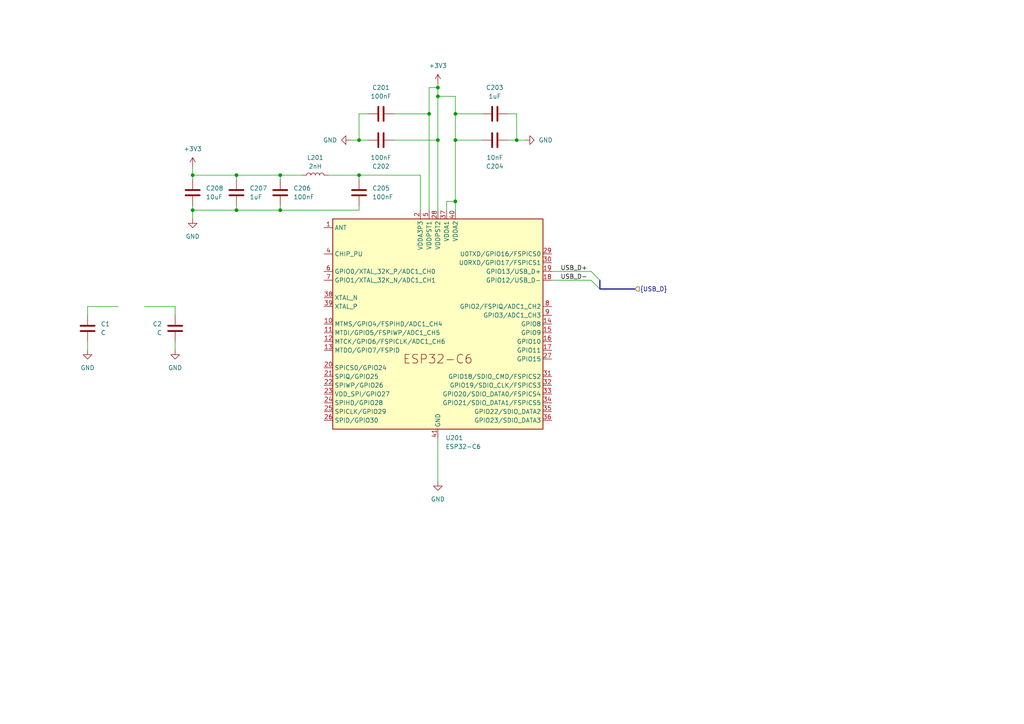
<source format=kicad_sch>
(kicad_sch (version 20231120) (generator "eeschema") (generator_version "8.0")
  (paper "A4")
  (lib_symbols
    (symbol "Device:C" (pin_numbers hide) (pin_names (offset 0.254))
      (property "Reference" "C" (at 0.635 2.54 0))
      (property "Value" "C" (at 0.635 -2.54 0))
      (symbol "C_0_1"
        (polyline (pts (xy -2.032 -0.762) (xy 2.032 -0.762)) (stroke (width 0.508)))
        (polyline (pts (xy -2.032 0.762) (xy 2.032 0.762)) (stroke (width 0.508)))
      )
      (symbol "C_1_1"
        (pin passive line (at 0 3.81 270) (length 2.794) (name "~") (number "1"))
        (pin passive line (at 0 -3.81 90) (length 2.794) (name "~") (number "2"))
      )
    )
    (symbol "Device:L" (pin_numbers hide) (pin_names (offset 1.016) hide)
      (property "Reference" "L" (at -1.27 0 90))
      (property "Value" "L" (at 1.905 0 90))
      (symbol "L_0_1"
        (arc (start 0 -2.54) (mid 0.6323 -1.905) (end 0 -1.27))
        (arc (start 0 -1.27) (mid 0.6323 -0.635) (end 0 0))
        (arc (start 0 0) (mid 0.6323 0.635) (end 0 1.27))
        (arc (start 0 1.27) (mid 0.6323 1.905) (end 0 2.54))
      )
      (symbol "L_1_1"
        (pin passive line (at 0 3.81 270) (length 1.27) (name "1") (number "1"))
        (pin passive line (at 0 -3.81 90) (length 1.27) (name "2") (number "2"))
      )
    )
    (symbol "PCM_Espressif:ESP32-C6"
      (property "Reference" "U" (at -27.94 33.02 0))
      (property "Value" "ESP32-C6" (at 25.4 33.02 0))
      (symbol "ESP32-C6_0_0"
        (text "ESP32-C6" (at 0 -10.16 0) (effects (font (size 2.54 2.54))))
      )
      (symbol "ESP32-C6_0_1"
        (rectangle (start -30.48 30.48) (end 30.48 -30.48) (stroke (width 0.254)) (fill (type background)))
      )
      (symbol "ESP32-C6_1_1"
        (pin bidirectional line (at -33.02 27.94 0) (length 2.54) (name "ANT") (number "1"))
        (pin bidirectional line (at -33.02 0 0) (length 2.54) (name "MTMS/GPIO4/FSPIHD/ADC1_CH4") (number "10"))
        (pin bidirectional line (at -33.02 -2.54 0) (length 2.54) (name "MTDI/GPIO5/FSPIWP/ADC1_CH5") (number "11"))
        (pin bidirectional line (at -33.02 -5.08 0) (length 2.54) (name "MTCK/GPIO6/FSPICLK/ADC1_CH6") (number "12"))
        (pin bidirectional line (at -33.02 -7.62 0) (length 2.54) (name "MTDO/GPIO7/FSPID") (number "13"))
        (pin bidirectional line (at 33.02 0 180) (length 2.54) (name "GPIO8") (number "14"))
        (pin bidirectional line (at 33.02 -2.54 180) (length 2.54) (name "GPIO9") (number "15"))
        (pin bidirectional line (at 33.02 -5.08 180) (length 2.54) (name "GPIO10") (number "16"))
        (pin bidirectional line (at 33.02 -7.62 180) (length 2.54) (name "GPIO11") (number "17"))
        (pin bidirectional line (at 33.02 12.7 180) (length 2.54) (name "GPIO12/USB_D-") (number "18"))
        (pin bidirectional line (at 33.02 15.24 180) (length 2.54) (name "GPIO13/USB_D+") (number "19"))
        (pin power_in line (at -5.08 33.02 270) (length 2.54) (name "VDDA3P3") (number "2"))
        (pin bidirectional line (at -33.02 -12.7 0) (length 2.54) (name "SPICS0/GPIO24") (number "20"))
        (pin bidirectional line (at -33.02 -15.24 0) (length 2.54) (name "SPIQ/GPIO25") (number "21"))
        (pin bidirectional line (at -33.02 -17.78 0) (length 2.54) (name "SPIWP/GPIO26") (number "22"))
        (pin bidirectional line (at -33.02 -20.32 0) (length 2.54) (name "VDD_SPI/GPIO27") (number "23"))
        (pin bidirectional line (at -33.02 -22.86 0) (length 2.54) (name "SPIHD/GPIO28") (number "24"))
        (pin bidirectional line (at -33.02 -25.4 0) (length 2.54) (name "SPICLK/GPIO29") (number "25"))
        (pin bidirectional line (at -33.02 -27.94 0) (length 2.54) (name "SPID/GPIO30") (number "26"))
        (pin bidirectional line (at 33.02 -10.16 180) (length 2.54) (name "GPIO15") (number "27"))
        (pin power_in line (at 0 33.02 270) (length 2.54) (name "VDDPST2") (number "28"))
        (pin bidirectional line (at 33.02 20.32 180) (length 2.54) (name "U0TXD/GPIO16/FSPICS0") (number "29"))
        (pin passive line (at -5.08 33.02 270) (length 2.54) hide (name "VDDA3P3") (number "3"))
        (pin bidirectional line (at 33.02 17.78 180) (length 2.54) (name "U0RXD/GPIO17/FSPICS1") (number "30"))
        (pin bidirectional line (at 33.02 -15.24 180) (length 2.54) (name "GPIO18/SDIO_CMD/FSPICS2") (number "31"))
        (pin bidirectional line (at 33.02 -17.78 180) (length 2.54) (name "GPIO19/SDIO_CLK/FSPICS3") (number "32"))
        (pin bidirectional line (at 33.02 -20.32 180) (length 2.54) (name "GPIO20/SDIO_DATA0/FSPICS4") (number "33"))
        (pin bidirectional line (at 33.02 -22.86 180) (length 2.54) (name "GPIO21/SDIO_DATA1/FSPICS5") (number "34"))
        (pin bidirectional line (at 33.02 -25.4 180) (length 2.54) (name "GPIO22/SDIO_DATA2") (number "35"))
        (pin bidirectional line (at 33.02 -27.94 180) (length 2.54) (name "GPIO23/SDIO_DATA3") (number "36"))
        (pin power_in line (at 2.54 33.02 270) (length 2.54) (name "VDDA1") (number "37"))
        (pin output line (at -33.02 7.62 0) (length 2.54) (name "XTAL_N") (number "38"))
        (pin input line (at -33.02 5.08 0) (length 2.54) (name "XTAL_P") (number "39"))
        (pin input line (at -33.02 20.32 0) (length 2.54) (name "CHIP_PU") (number "4"))
        (pin power_in line (at 5.08 33.02 270) (length 2.54) (name "VDDA2") (number "40"))
        (pin power_in line (at 0 -33.02 90) (length 2.54) (name "GND") (number "41"))
        (pin power_in line (at -2.54 33.02 270) (length 2.54) (name "VDDPST1") (number "5"))
        (pin bidirectional line (at -33.02 15.24 0) (length 2.54) (name "GPIO0/XTAL_32K_P/ADC1_CH0") (number "6"))
        (pin bidirectional line (at -33.02 12.7 0) (length 2.54) (name "GPIO1/XTAL_32K_N/ADC1_CH1") (number "7"))
        (pin bidirectional line (at 33.02 5.08 180) (length 2.54) (name "GPIO2/FSPIQ/ADC1_CH2") (number "8"))
        (pin bidirectional line (at 33.02 2.54 180) (length 2.54) (name "GPIO3/ADC1_CH3") (number "9"))
      )
    )
    (symbol "power:+3V3" (power) (pin_numbers hide) (pin_names (offset 0) hide)
      (property "Value" "+3V3" (at 0 3.556 0))
      (symbol "+3V3_0_1"
        (polyline (pts (xy -0.762 1.27) (xy 0 2.54)))
        (polyline (pts (xy 0 0) (xy 0 2.54)))
        (polyline (pts (xy 0 2.54) (xy 0.762 1.27)))
      )
      (symbol "+3V3_1_1"
        (pin power_in line (at 0 0 90) (length 0) (name "~") (number "1"))
      )
    )
    (symbol "power:GND" (power) (pin_numbers hide) (pin_names (offset 0) hide)
      (property "Value" "GND" (at 0 -3.81 0))
      (symbol "GND_0_1"
        (polyline (pts (xy 0 0) (xy 0 -1.27) (xy 1.27 -1.27) (xy 0 -2.54) (xy -1.27 -1.27) (xy 0 -1.27)))
      )
      (symbol "GND_1_1"
        (pin power_in line (at 0 0 270) (length 0) (name "~") (number "1"))
      )
    )
  )
  (junction (at 127 25.4))
  (junction (at 81.28 60.96))
  (junction (at 132.08 33.02))
  (junction (at 124.46 33.02))
  (junction (at 104.14 40.64))
  (junction (at 81.28 50.8))
  (junction (at 127 40.64))
  (junction (at 104.14 50.8))
  (junction (at 132.08 40.64))
  (junction (at 55.88 50.8))
  (junction (at 149.86 40.64))
  (junction (at 127 27.94))
  (junction (at 132.08 58.42))
  (junction (at 55.88 60.96))
  (junction (at 68.58 60.96))
  (junction (at 68.58 50.8))
  (bus_entry (at 171.45 78.74) (size 2.54 2.54))
  (bus_entry (at 171.45 81.28) (size 2.54 2.54))
  (wire (pts (xy 55.88 50.8) (xy 68.58 50.8)))
  (bus (pts (xy 184.15 83.82) (xy 173.99 83.82)))
  (wire (pts (xy 55.88 59.69) (xy 55.88 60.96)))
  (wire (pts (xy 149.86 40.64) (xy 147.32 40.64)))
  (wire (pts (xy 95.25 50.8) (xy 104.14 50.8)))
  (wire (pts (xy 127 24.13) (xy 127 25.4)))
  (wire (pts (xy 101.6 40.64) (xy 104.14 40.64)))
  (wire (pts (xy 104.14 40.64) (xy 106.68 40.64)))
  (wire (pts (xy 55.88 60.96) (xy 55.88 63.5)))
  (wire (pts (xy 81.28 59.69) (xy 81.28 60.96)))
  (wire (pts (xy 127 40.64) (xy 127 60.96)))
  (wire (pts (xy 68.58 50.8) (xy 81.28 50.8)))
  (wire (pts (xy 147.32 33.02) (xy 149.86 33.02)))
  (wire (pts (xy 104.14 33.02) (xy 104.14 40.64)))
  (wire (pts (xy 68.58 60.96) (xy 55.88 60.96)))
  (wire (pts (xy 121.92 50.8) (xy 121.92 60.96)))
  (wire (pts (xy 81.28 60.96) (xy 68.58 60.96)))
  (wire (pts (xy 104.14 59.69) (xy 104.14 60.96)))
  (wire (pts (xy 81.28 50.8) (xy 81.28 52.07)))
  (wire (pts (xy 132.08 27.94) (xy 127 27.94)))
  (wire (pts (xy 50.8 88.9) (xy 50.8 91.44)))
  (wire (pts (xy 160.02 81.28) (xy 171.45 81.28)))
  (wire (pts (xy 41.91 88.9) (xy 50.8 88.9)))
  (wire (pts (xy 129.54 58.42) (xy 132.08 58.42)))
  (wire (pts (xy 129.54 60.96) (xy 129.54 58.42)))
  (wire (pts (xy 124.46 33.02) (xy 124.46 60.96)))
  (wire (pts (xy 132.08 33.02) (xy 132.08 40.64)))
  (wire (pts (xy 68.58 59.69) (xy 68.58 60.96)))
  (wire (pts (xy 34.29 88.9) (xy 25.4 88.9)))
  (wire (pts (xy 127 25.4) (xy 127 27.94)))
  (wire (pts (xy 104.14 50.8) (xy 121.92 50.8)))
  (wire (pts (xy 106.68 33.02) (xy 104.14 33.02)))
  (wire (pts (xy 139.7 33.02) (xy 132.08 33.02)))
  (wire (pts (xy 124.46 25.4) (xy 124.46 33.02)))
  (wire (pts (xy 114.3 33.02) (xy 124.46 33.02)))
  (bus (pts (xy 173.99 81.28) (xy 173.99 83.82)))
  (wire (pts (xy 127 25.4) (xy 124.46 25.4)))
  (wire (pts (xy 55.88 48.26) (xy 55.88 50.8)))
  (wire (pts (xy 149.86 40.64) (xy 152.4 40.64)))
  (wire (pts (xy 139.7 40.64) (xy 132.08 40.64)))
  (wire (pts (xy 25.4 99.06) (xy 25.4 101.6)))
  (wire (pts (xy 50.8 99.06) (xy 50.8 101.6)))
  (wire (pts (xy 127 27.94) (xy 127 40.64)))
  (wire (pts (xy 68.58 50.8) (xy 68.58 52.07)))
  (wire (pts (xy 104.14 60.96) (xy 81.28 60.96)))
  (wire (pts (xy 160.02 78.74) (xy 171.45 78.74)))
  (wire (pts (xy 25.4 88.9) (xy 25.4 91.44)))
  (wire (pts (xy 81.28 50.8) (xy 87.63 50.8)))
  (wire (pts (xy 132.08 33.02) (xy 132.08 27.94)))
  (wire (pts (xy 114.3 40.64) (xy 127 40.64)))
  (wire (pts (xy 127 127) (xy 127 139.7)))
  (wire (pts (xy 55.88 50.8) (xy 55.88 52.07)))
  (wire (pts (xy 132.08 40.64) (xy 132.08 58.42)))
  (wire (pts (xy 132.08 58.42) (xy 132.08 60.96)))
  (wire (pts (xy 104.14 50.8) (xy 104.14 52.07)))
  (wire (pts (xy 149.86 33.02) (xy 149.86 40.64)))
  (label "USB_D-" (at 162.56 81.28 0))
  (label "USB_D+" (at 162.56 78.74 0))
  (hierarchical_label "{USB_D}" (shape input) (at 184.15 83.82 0))
  (symbol (lib_id "Device:L") (at 91.44 50.8 90) (unit 1)
    (property "Reference" "L201" (at 91.44 45.72 90))
    (property "Value" "2nH" (at 91.44 48.26 90))
    (property "Description" "Inductor" (effects (hide yes)))
  )
  (symbol (lib_id "power:GND") (at 152.4 40.64 90) (unit 1)
    (property "Reference" "#PWR0204" (effects (hide yes)))
    (property "Value" "GND" (at 156.21 40.6399 90) (effects (justify right)))
    (property "Description" "Power symbol creates a global label with name \"GND\" , ground" (effects (hide yes)))
  )
  (symbol (lib_id "power:+3V3") (at 127 24.13 0) (unit 1)
    (property "Reference" "#PWR0202" (effects (hide yes)))
    (property "Value" "+3V3" (at 127 19.05 0))
    (property "Description" "Power symbol creates a global label with name \"+3V3\"" (effects (hide yes)))
  )
  (symbol (lib_id "Device:C") (at 110.49 40.64 90) (mirror x) (unit 1)
    (property "Reference" "C202" (at 110.49 48.26 90))
    (property "Value" "100nF" (at 110.49 45.72 90))
    (property "Description" "Unpolarized capacitor" (effects (hide yes)))
  )
  (symbol (lib_id "Device:C") (at 25.4 95.25 0) (unit 1)
    (property "Reference" "C1" (at 29.21 93.9799 0) (effects (justify left)))
    (property "Value" "C" (at 29.21 96.5199 0) (effects (justify left)))
    (property "Description" "Unpolarized capacitor" (effects (hide yes)))
  )
  (symbol (lib_id "power:GND") (at 25.4 101.6 0) (unit 1)
    (property "Reference" "#PWR01" (effects (hide yes)))
    (property "Value" "GND" (at 25.4 106.68 0))
    (property "Description" "Power symbol creates a global label with name \"GND\" , ground" (effects (hide yes)))
  )
  (symbol (lib_id "power:GND") (at 50.8 101.6 0) (unit 1)
    (property "Reference" "#PWR02" (effects (hide yes)))
    (property "Value" "GND" (at 50.8 106.68 0))
    (property "Description" "Power symbol creates a global label with name \"GND\" , ground" (effects (hide yes)))
  )
  (symbol (lib_id "Device:C") (at 81.28 55.88 180) (unit 1)
    (property "Reference" "C206" (at 85.09 54.6099 0) (effects (justify right)))
    (property "Value" "100nF" (at 85.09 57.1499 0) (effects (justify right)))
    (property "Description" "Unpolarized capacitor" (effects (hide yes)))
  )
  (symbol (lib_id "Device:C") (at 104.14 55.88 180) (unit 1)
    (property "Reference" "C205" (at 107.95 54.6099 0) (effects (justify right)))
    (property "Value" "100nF" (at 107.95 57.1499 0) (effects (justify right)))
    (property "Description" "Unpolarized capacitor" (effects (hide yes)))
  )
  (symbol (lib_id "power:GND") (at 55.88 63.5 0) (unit 1)
    (property "Reference" "#PWR0205" (effects (hide yes)))
    (property "Value" "GND" (at 55.88 68.58 0))
    (property "Description" "Power symbol creates a global label with name \"GND\" , ground" (effects (hide yes)))
  )
  (symbol (lib_id "Device:C") (at 55.88 55.88 180) (unit 1)
    (property "Reference" "C208" (at 59.69 54.6099 0) (effects (justify right)))
    (property "Value" "10uF" (at 59.69 57.1499 0) (effects (justify right)))
    (property "Description" "Unpolarized capacitor" (effects (hide yes)))
  )
  (symbol (lib_id "power:GND") (at 127 139.7 0) (unit 1)
    (property "Reference" "#PWR0203" (effects (hide yes)))
    (property "Value" "GND" (at 127 144.78 0))
    (property "Description" "Power symbol creates a global label with name \"GND\" , ground" (effects (hide yes)))
  )
  (symbol (lib_id "Device:C") (at 68.58 55.88 180) (unit 1)
    (property "Reference" "C207" (at 72.39 54.6099 0) (effects (justify right)))
    (property "Value" "1uF" (at 72.39 57.1499 0) (effects (justify right)))
    (property "Description" "Unpolarized capacitor" (effects (hide yes)))
  )
  (symbol (lib_id "Device:C") (at 50.8 95.25 0) (mirror y) (unit 1)
    (property "Reference" "C2" (at 46.99 93.9799 0) (effects (justify left)))
    (property "Value" "C" (at 46.99 96.5199 0) (effects (justify left)))
    (property "Description" "Unpolarized capacitor" (effects (hide yes)))
  )
  (symbol (lib_id "Device:C") (at 143.51 33.02 90) (unit 1)
    (property "Reference" "C203" (at 143.51 25.4 90))
    (property "Value" "1uF" (at 143.51 27.94 90))
    (property "Description" "Unpolarized capacitor" (effects (hide yes)))
  )
  (symbol (lib_id "PCM_Espressif:ESP32-C6") (at 127 93.98 0) (unit 1)
    (property "Reference" "U201" (at 129.1941 127 0) (effects (justify left)))
    (property "Value" "ESP32-C6" (at 129.1941 129.54 0) (effects (justify left)))
    (property "Footprint" "Package_DFN_QFN:QFN-40-1EP_5x5mm_P0.4mm_EP3.6x3.6mm" (effects (hide yes)))
    (property "Datasheet" "https://www.espressif.com/sites/default/files/documentation/esp32-c6_datasheet_en.pdf" (effects (hide yes)))
    (property "Description" "ESP32C6,ultra-low-power SoC with RISC-V single-core microprocessor,2.4 GHz Wi-Fi 6 (802.11 ax), Bluetooth 5 (LE), Zigbee and Thread (802.15.4),QFN-40" (effects (hide yes)))
  )
  (symbol (lib_id "power:+3V3") (at 55.88 48.26 0) (unit 1)
    (property "Reference" "#PWR0206" (effects (hide yes)))
    (property "Value" "+3V3" (at 55.88 43.18 0))
    (property "Description" "Power symbol creates a global label with name \"+3V3\"" (effects (hide yes)))
  )
  (symbol (lib_id "Device:C") (at 110.49 33.02 90) (unit 1)
    (property "Reference" "C201" (at 110.49 25.4 90))
    (property "Value" "100nF" (at 110.49 27.94 90))
    (property "Description" "Unpolarized capacitor" (effects (hide yes)))
  )
  (symbol (lib_id "power:GND") (at 101.6 40.64 270) (unit 1)
    (property "Reference" "#PWR0201" (effects (hide yes)))
    (property "Value" "GND" (at 97.79 40.6399 90) (effects (justify right)))
    (property "Description" "Power symbol creates a global label with name \"GND\" , ground" (effects (hide yes)))
  )
  (symbol (lib_id "Device:C") (at 143.51 40.64 90) (mirror x) (unit 1)
    (property "Reference" "C204" (at 143.51 48.26 90))
    (property "Value" "10nF" (at 143.51 45.72 90))
    (property "Description" "Unpolarized capacitor" (effects (hide yes)))
  )
)
</source>
